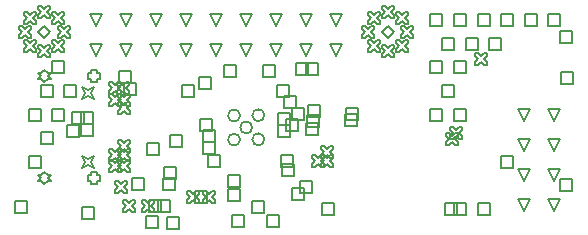
<source format=gbr>
%TF.GenerationSoftware,Altium Limited,Altium Designer,24.10.1 (45)*%
G04 Layer_Color=2752767*
%FSLAX43Y43*%
%MOMM*%
%TF.SameCoordinates,48EBD58B-F18E-4BA1-B5D1-450367C646F7*%
%TF.FilePolarity,Positive*%
%TF.FileFunction,Drawing*%
%TF.Part,Single*%
G01*
G75*
%TA.AperFunction,NonConductor*%
%ADD52C,0.127*%
%ADD53C,0.169*%
D52*
X6095Y11382D02*
X6348Y11890D01*
X6095Y12398D01*
X6602Y12144D01*
X7110Y12398D01*
X6857Y11890D01*
X7110Y11382D01*
X6602Y11636D01*
X6095Y11382D01*
Y5602D02*
X6348Y6110D01*
X6095Y6618D01*
X6602Y6364D01*
X7110Y6618D01*
X6857Y6110D01*
X7110Y5602D01*
X6602Y5856D01*
X6095Y5602D01*
X6848Y13066D02*
Y12812D01*
X7357D01*
Y13066D01*
X7610D01*
Y13574D01*
X7357D01*
Y13828D01*
X6848D01*
Y13574D01*
X6595D01*
Y13066D01*
X6848D01*
X2922Y12812D02*
X3177Y13066D01*
X3431D01*
X3177Y13320D01*
X3431Y13574D01*
X3177D01*
X2922Y13828D01*
X2668Y13574D01*
X2414D01*
X2668Y13320D01*
X2414Y13066D01*
X2668D01*
X2922Y12812D01*
X6848Y4426D02*
Y4172D01*
X7357D01*
Y4426D01*
X7610D01*
Y4934D01*
X7357D01*
Y5188D01*
X6848D01*
Y4934D01*
X6595D01*
Y4426D01*
X6848D01*
X2922Y4172D02*
X3177Y4426D01*
X3431D01*
X3177Y4680D01*
X3431Y4934D01*
X3177D01*
X2922Y5188D01*
X2668Y4934D01*
X2414D01*
X2668Y4680D01*
X2414Y4426D01*
X2668D01*
X2922Y4172D01*
X22540Y17632D02*
X22032Y18648D01*
X23048D01*
X22540Y17632D01*
X25080D02*
X24572Y18648D01*
X25588D01*
X25080Y17632D01*
X20000D02*
X19492Y18648D01*
X20508D01*
X20000Y17632D01*
X27620D02*
X27112Y18648D01*
X28128D01*
X27620Y17632D01*
X12380D02*
X11872Y18648D01*
X12888D01*
X12380Y17632D01*
X14920D02*
X14412Y18648D01*
X15428D01*
X14920Y17632D01*
X9840D02*
X9332Y18648D01*
X10348D01*
X9840Y17632D01*
X17460D02*
X16952Y18648D01*
X17968D01*
X17460Y17632D01*
X12380Y15092D02*
X11872Y16108D01*
X12888D01*
X12380Y15092D01*
X27620D02*
X27112Y16108D01*
X28128D01*
X27620Y15092D01*
X25080D02*
X24572Y16108D01*
X25588D01*
X25080Y15092D01*
X17460D02*
X16952Y16108D01*
X17968D01*
X17460Y15092D01*
X14920D02*
X14412Y16108D01*
X15428D01*
X14920Y15092D01*
X22540D02*
X22032Y16108D01*
X23048D01*
X22540Y15092D01*
X20000D02*
X19492Y16108D01*
X20508D01*
X20000Y15092D01*
X9840D02*
X9332Y16108D01*
X10348D01*
X9840Y15092D01*
X7300D02*
X6792Y16108D01*
X7808D01*
X7300Y15092D01*
Y17632D02*
X6792Y18648D01*
X7808D01*
X7300Y17632D01*
X46025Y7036D02*
X45517Y8052D01*
X46533D01*
X46025Y7036D01*
Y9576D02*
X45517Y10592D01*
X46533D01*
X46025Y9576D01*
X43485D02*
X42977Y10592D01*
X43993D01*
X43485Y9576D01*
X46025Y1956D02*
X45517Y2972D01*
X46533D01*
X46025Y1956D01*
Y4496D02*
X45517Y5512D01*
X46533D01*
X46025Y4496D01*
X43485D02*
X42977Y5512D01*
X43993D01*
X43485Y4496D01*
Y1956D02*
X42977Y2972D01*
X43993D01*
X43485Y1956D01*
Y7036D02*
X42977Y8052D01*
X43993D01*
X43485Y7036D01*
X32659Y17759D02*
X32913D01*
X33167Y18013D01*
X33421Y17759D01*
X33675D01*
Y18013D01*
X33421Y18267D01*
X33675Y18521D01*
Y18775D01*
X33421D01*
X33167Y18521D01*
X32913Y18775D01*
X32659D01*
Y18521D01*
X32913Y18267D01*
X32659Y18013D01*
Y17759D01*
X33142Y16592D02*
X33396D01*
X33650Y16846D01*
X33904Y16592D01*
X34158D01*
Y16846D01*
X33904Y17100D01*
X34158Y17354D01*
Y17608D01*
X33904D01*
X33650Y17354D01*
X33396Y17608D01*
X33142D01*
Y17354D01*
X33396Y17100D01*
X33142Y16846D01*
Y16592D01*
X31492Y18242D02*
X31746D01*
X32000Y18496D01*
X32254Y18242D01*
X32508D01*
Y18496D01*
X32254Y18750D01*
X32508Y19004D01*
Y19258D01*
X32254D01*
X32000Y19004D01*
X31746Y19258D01*
X31492D01*
Y19004D01*
X31746Y18750D01*
X31492Y18496D01*
Y18242D01*
X30325Y17759D02*
X30579D01*
X30833Y18013D01*
X31087Y17759D01*
X31341D01*
Y18013D01*
X31087Y18267D01*
X31341Y18521D01*
Y18775D01*
X31087D01*
X30833Y18521D01*
X30579Y18775D01*
X30325D01*
Y18521D01*
X30579Y18267D01*
X30325Y18013D01*
Y17759D01*
X32659Y15425D02*
X32913D01*
X33167Y15679D01*
X33421Y15425D01*
X33675D01*
Y15679D01*
X33421Y15933D01*
X33675Y16187D01*
Y16441D01*
X33421D01*
X33167Y16187D01*
X32913Y16441D01*
X32659D01*
Y16187D01*
X32913Y15933D01*
X32659Y15679D01*
Y15425D01*
X31492Y14942D02*
X31746D01*
X32000Y15196D01*
X32254Y14942D01*
X32508D01*
Y15196D01*
X32254Y15450D01*
X32508Y15704D01*
Y15958D01*
X32254D01*
X32000Y15704D01*
X31746Y15958D01*
X31492D01*
Y15704D01*
X31746Y15450D01*
X31492Y15196D01*
Y14942D01*
Y17100D02*
X32000Y17608D01*
X32508Y17100D01*
X32000Y16592D01*
X31492Y17100D01*
X29842Y16592D02*
X30096D01*
X30350Y16846D01*
X30604Y16592D01*
X30858D01*
Y16846D01*
X30604Y17100D01*
X30858Y17354D01*
Y17608D01*
X30604D01*
X30350Y17354D01*
X30096Y17608D01*
X29842D01*
Y17354D01*
X30096Y17100D01*
X29842Y16846D01*
Y16592D01*
X30325Y15425D02*
X30579D01*
X30833Y15679D01*
X31087Y15425D01*
X31341D01*
Y15679D01*
X31087Y15933D01*
X31341Y16187D01*
Y16441D01*
X31087D01*
X30833Y16187D01*
X30579Y16441D01*
X30325D01*
Y16187D01*
X30579Y15933D01*
X30325Y15679D01*
Y15425D01*
X3559Y17759D02*
X3813D01*
X4067Y18013D01*
X4321Y17759D01*
X4575D01*
Y18013D01*
X4321Y18267D01*
X4575Y18521D01*
Y18775D01*
X4321D01*
X4067Y18521D01*
X3813Y18775D01*
X3559D01*
Y18521D01*
X3813Y18267D01*
X3559Y18013D01*
Y17759D01*
X4042Y16592D02*
X4296D01*
X4550Y16846D01*
X4804Y16592D01*
X5058D01*
Y16846D01*
X4804Y17100D01*
X5058Y17354D01*
Y17608D01*
X4804D01*
X4550Y17354D01*
X4296Y17608D01*
X4042D01*
Y17354D01*
X4296Y17100D01*
X4042Y16846D01*
Y16592D01*
X2392Y18242D02*
X2646D01*
X2900Y18496D01*
X3154Y18242D01*
X3408D01*
Y18496D01*
X3154Y18750D01*
X3408Y19004D01*
Y19258D01*
X3154D01*
X2900Y19004D01*
X2646Y19258D01*
X2392D01*
Y19004D01*
X2646Y18750D01*
X2392Y18496D01*
Y18242D01*
X1225Y17759D02*
X1479D01*
X1733Y18013D01*
X1987Y17759D01*
X2241D01*
Y18013D01*
X1987Y18267D01*
X2241Y18521D01*
Y18775D01*
X1987D01*
X1733Y18521D01*
X1479Y18775D01*
X1225D01*
Y18521D01*
X1479Y18267D01*
X1225Y18013D01*
Y17759D01*
X3559Y15425D02*
X3813D01*
X4067Y15679D01*
X4321Y15425D01*
X4575D01*
Y15679D01*
X4321Y15933D01*
X4575Y16187D01*
Y16441D01*
X4321D01*
X4067Y16187D01*
X3813Y16441D01*
X3559D01*
Y16187D01*
X3813Y15933D01*
X3559Y15679D01*
Y15425D01*
X2392Y14942D02*
X2646D01*
X2900Y15196D01*
X3154Y14942D01*
X3408D01*
Y15196D01*
X3154Y15450D01*
X3408Y15704D01*
Y15958D01*
X3154D01*
X2900Y15704D01*
X2646Y15958D01*
X2392D01*
Y15704D01*
X2646Y15450D01*
X2392Y15196D01*
Y14942D01*
Y17100D02*
X2900Y17608D01*
X3408Y17100D01*
X2900Y16592D01*
X2392Y17100D01*
X742Y16592D02*
X996D01*
X1250Y16846D01*
X1504Y16592D01*
X1758D01*
Y16846D01*
X1504Y17100D01*
X1758Y17354D01*
Y17608D01*
X1504D01*
X1250Y17354D01*
X996Y17608D01*
X742D01*
Y17354D01*
X996Y17100D01*
X742Y16846D01*
Y16592D01*
X1225Y15425D02*
X1479D01*
X1733Y15679D01*
X1987Y15425D01*
X2241D01*
Y15679D01*
X1987Y15933D01*
X2241Y16187D01*
Y16441D01*
X1987D01*
X1733Y16187D01*
X1479Y16441D01*
X1225D01*
Y16187D01*
X1479Y15933D01*
X1225Y15679D01*
Y15425D01*
X22586Y11586D02*
Y12602D01*
X23602D01*
Y11586D01*
X22586D01*
X14586D02*
Y12602D01*
X15602D01*
Y11586D01*
X14586D01*
X3586Y13586D02*
Y14602D01*
X4602D01*
Y13586D01*
X3586D01*
X4586Y11586D02*
Y12602D01*
X5602D01*
Y11586D01*
X4586D01*
X3586Y9586D02*
Y10602D01*
X4602D01*
Y9586D01*
X3586D01*
X2586Y11586D02*
Y12602D01*
X3602D01*
Y11586D01*
X2586D01*
X1586Y9586D02*
Y10602D01*
X2602D01*
Y9586D01*
X1586D01*
X2586Y7586D02*
Y8602D01*
X3602D01*
Y7586D01*
X2586D01*
X1586Y5586D02*
Y6602D01*
X2602D01*
Y5586D01*
X1586D01*
X45586Y17586D02*
Y18602D01*
X46602D01*
Y17586D01*
X45586D01*
X46586Y3586D02*
Y4602D01*
X47602D01*
Y3586D01*
X46586D01*
X43586Y17586D02*
Y18602D01*
X44602D01*
Y17586D01*
X43586D01*
X41586D02*
Y18602D01*
X42602D01*
Y17586D01*
X41586D01*
Y5586D02*
Y6602D01*
X42602D01*
Y5586D01*
X41586D01*
X39586Y17586D02*
Y18602D01*
X40602D01*
Y17586D01*
X39586D01*
X40586Y15586D02*
Y16602D01*
X41602D01*
Y15586D01*
X40586D01*
X39586Y1586D02*
Y2602D01*
X40602D01*
Y1586D01*
X39586D01*
X37586Y17586D02*
Y18602D01*
X38602D01*
Y17586D01*
X37586D01*
X38586Y15586D02*
Y16602D01*
X39602D01*
Y15586D01*
X38586D01*
X37586Y13586D02*
Y14602D01*
X38602D01*
Y13586D01*
X37586D01*
Y9586D02*
Y10602D01*
X38602D01*
Y9586D01*
X37586D01*
Y1586D02*
Y2602D01*
X38602D01*
Y1586D01*
X37586D01*
X35586Y17586D02*
Y18602D01*
X36602D01*
Y17586D01*
X35586D01*
X36586Y15586D02*
Y16602D01*
X37602D01*
Y15586D01*
X36586D01*
X35586Y13586D02*
Y14602D01*
X36602D01*
Y13586D01*
X35586D01*
X36586Y11586D02*
Y12602D01*
X37602D01*
Y11586D01*
X36586D01*
X35586Y9586D02*
Y10602D01*
X36602D01*
Y9586D01*
X35586D01*
X28380Y9083D02*
Y10099D01*
X29396D01*
Y9083D01*
X28380D01*
X28433Y9670D02*
Y10686D01*
X29449D01*
Y9670D01*
X28433D01*
X25244Y9921D02*
Y10937D01*
X26260D01*
Y9921D01*
X25244D01*
X23895Y9663D02*
Y10679D01*
X24911D01*
Y9663D01*
X23895D01*
X13279Y433D02*
Y1449D01*
X14295D01*
Y433D01*
X13279D01*
X15977Y12294D02*
Y13310D01*
X16993D01*
Y12294D01*
X15977D01*
X37287Y8052D02*
X37541D01*
X37795Y8306D01*
X38049Y8052D01*
X38303D01*
Y8306D01*
X38049Y8560D01*
X38303Y8814D01*
Y9068D01*
X38049D01*
X37795Y8814D01*
X37541Y9068D01*
X37287D01*
Y8814D01*
X37541Y8560D01*
X37287Y8306D01*
Y8052D01*
X36957Y7518D02*
X37211D01*
X37465Y7772D01*
X37719Y7518D01*
X37973D01*
Y7772D01*
X37719Y8026D01*
X37973Y8280D01*
Y8534D01*
X37719D01*
X37465Y8280D01*
X37211Y8534D01*
X36957D01*
Y8280D01*
X37211Y8026D01*
X36957Y7772D01*
Y7518D01*
X39370Y14249D02*
X39624D01*
X39878Y14503D01*
X40132Y14249D01*
X40386D01*
Y14503D01*
X40132Y14757D01*
X40386Y15011D01*
Y15265D01*
X40132D01*
X39878Y15011D01*
X39624Y15265D01*
X39370D01*
Y15011D01*
X39624Y14757D01*
X39370Y14503D01*
Y14249D01*
X46558Y16180D02*
Y17196D01*
X47574D01*
Y16180D01*
X46558D01*
X46685Y12649D02*
Y13665D01*
X47701D01*
Y12649D01*
X46685D01*
X21768Y559D02*
Y1575D01*
X22784D01*
Y559D01*
X21768D01*
X18821D02*
Y1575D01*
X19837D01*
Y559D01*
X18821D01*
X11504Y500D02*
Y1516D01*
X12520D01*
Y500D01*
X11504D01*
X14986Y2591D02*
X15240D01*
X15494Y2845D01*
X15748Y2591D01*
X16002D01*
Y2845D01*
X15748Y3099D01*
X16002Y3353D01*
Y3607D01*
X15748D01*
X15494Y3353D01*
X15240Y3607D01*
X14986D01*
Y3353D01*
X15240Y3099D01*
X14986Y2845D01*
Y2591D01*
X16359D02*
X16613D01*
X16867Y2845D01*
X17121Y2591D01*
X17375D01*
Y2845D01*
X17121Y3099D01*
X17375Y3353D01*
Y3607D01*
X17121D01*
X16867Y3353D01*
X16613Y3607D01*
X16359D01*
Y3353D01*
X16613Y3099D01*
X16359Y2845D01*
Y2591D01*
X15697D02*
Y3607D01*
X16713D01*
Y2591D01*
X15697D01*
X18440Y2769D02*
Y3785D01*
X19456D01*
Y2769D01*
X18440D01*
X24554Y3416D02*
Y4432D01*
X25570D01*
Y3416D01*
X24554D01*
X23343Y8738D02*
Y9754D01*
X24359D01*
Y8738D01*
X23343D01*
X23165Y10668D02*
Y11684D01*
X24181D01*
Y10668D01*
X23165D01*
X25136Y9030D02*
Y10046D01*
X26152D01*
Y9030D01*
X25136D01*
X25044Y8382D02*
Y9398D01*
X26060D01*
Y8382D01*
X25044D01*
X16348Y6711D02*
Y7727D01*
X17364D01*
Y6711D01*
X16348D01*
X16367Y7746D02*
Y8762D01*
X17383D01*
Y7746D01*
X16367D01*
X16129Y8661D02*
Y9677D01*
X17145D01*
Y8661D01*
X16129D01*
X16739Y5639D02*
Y6655D01*
X17755D01*
Y5639D01*
X16739D01*
X22987Y5613D02*
Y6629D01*
X24003D01*
Y5613D01*
X22987D01*
X23012Y4877D02*
Y5893D01*
X24028D01*
Y4877D01*
X23012D01*
X13564Y7366D02*
Y8382D01*
X14580D01*
Y7366D01*
X13564D01*
X18120Y13233D02*
Y14249D01*
X19136D01*
Y13233D01*
X18120D01*
X25044Y13411D02*
Y14427D01*
X26060D01*
Y13411D01*
X25044D01*
X24257D02*
Y14427D01*
X25273D01*
Y13411D01*
X24257D01*
X26314Y6401D02*
X26568D01*
X26822Y6655D01*
X27076Y6401D01*
X27330D01*
Y6655D01*
X27076Y6909D01*
X27330Y7163D01*
Y7417D01*
X27076D01*
X26822Y7163D01*
X26568Y7417D01*
X26314D01*
Y7163D01*
X26568Y6909D01*
X26314Y6655D01*
Y6401D01*
Y5664D02*
X26568D01*
X26822Y5918D01*
X27076Y5664D01*
X27330D01*
Y5918D01*
X27076Y6172D01*
X27330Y6426D01*
Y6680D01*
X27076D01*
X26822Y6426D01*
X26568Y6680D01*
X26314D01*
Y6426D01*
X26568Y6172D01*
X26314Y5918D01*
Y5664D01*
X25578D02*
X25832D01*
X26086Y5918D01*
X26340Y5664D01*
X26594D01*
Y5918D01*
X26340Y6172D01*
X26594Y6426D01*
Y6680D01*
X26340D01*
X26086Y6426D01*
X25832Y6680D01*
X25578D01*
Y6426D01*
X25832Y6172D01*
X25578Y5918D01*
Y5664D01*
X20498Y1727D02*
Y2743D01*
X21514D01*
Y1727D01*
X20498D01*
X26416Y1549D02*
Y2565D01*
X27432D01*
Y1549D01*
X26416D01*
X23876Y2819D02*
Y3835D01*
X24892D01*
Y2819D01*
X23876D01*
X22733Y9246D02*
Y10262D01*
X23749D01*
Y9246D01*
X22733D01*
X22682Y8230D02*
Y9246D01*
X23698D01*
Y8230D01*
X22682D01*
X21463Y13284D02*
Y14300D01*
X22479D01*
Y13284D01*
X21463D01*
X5975Y9322D02*
Y10338D01*
X6991D01*
Y9322D01*
X5975D01*
X5992Y8238D02*
Y9254D01*
X7008D01*
Y8238D01*
X5992D01*
X12978Y3724D02*
Y4740D01*
X13994D01*
Y3724D01*
X12978D01*
X13005Y4597D02*
Y5613D01*
X14021D01*
Y4597D01*
X13005D01*
X18440Y3962D02*
Y4978D01*
X19456D01*
Y3962D01*
X18440D01*
X36805Y1575D02*
Y2591D01*
X37821D01*
Y1575D01*
X36805D01*
X405Y1726D02*
Y2742D01*
X1421D01*
Y1726D01*
X405D01*
X4854Y8232D02*
Y9248D01*
X5870D01*
Y8232D01*
X4854D01*
X5246Y9320D02*
Y10336D01*
X6262D01*
Y9320D01*
X5246D01*
X12522Y1829D02*
Y2845D01*
X13538D01*
Y1829D01*
X12522D01*
X11811Y1803D02*
Y2819D01*
X12827D01*
Y1803D01*
X11811D01*
X9238Y12776D02*
Y13792D01*
X10254D01*
Y12776D01*
X9238D01*
X9696Y11711D02*
Y12727D01*
X10712D01*
Y11711D01*
X9696D01*
X11625Y6639D02*
Y7655D01*
X12641D01*
Y6639D01*
X11625D01*
X10317Y3740D02*
Y4756D01*
X11333D01*
Y3740D01*
X10317D01*
X8928Y3476D02*
X9182D01*
X9436Y3730D01*
X9690Y3476D01*
X9944D01*
Y3730D01*
X9690Y3984D01*
X9944Y4238D01*
Y4492D01*
X9690D01*
X9436Y4238D01*
X9182Y4492D01*
X8928D01*
Y4238D01*
X9182Y3984D01*
X8928Y3730D01*
Y3476D01*
X11141Y1834D02*
X11395D01*
X11649Y2088D01*
X11903Y1834D01*
X12157D01*
Y2088D01*
X11903Y2342D01*
X12157Y2596D01*
Y2850D01*
X11903D01*
X11649Y2596D01*
X11395Y2850D01*
X11141D01*
Y2596D01*
X11395Y2342D01*
X11141Y2088D01*
Y1834D01*
X9607Y1861D02*
X9861D01*
X10115Y2115D01*
X10369Y1861D01*
X10623D01*
Y2115D01*
X10369Y2369D01*
X10623Y2623D01*
Y2877D01*
X10369D01*
X10115Y2623D01*
X9861Y2877D01*
X9607D01*
Y2623D01*
X9861Y2369D01*
X9607Y2115D01*
Y1861D01*
X6062Y1269D02*
Y2285D01*
X7078D01*
Y1269D01*
X6062D01*
X9144Y10847D02*
X9398D01*
X9652Y11101D01*
X9906Y10847D01*
X10160D01*
Y11101D01*
X9906Y11355D01*
X10160Y11609D01*
Y11863D01*
X9906D01*
X9652Y11609D01*
X9398Y11863D01*
X9144D01*
Y11609D01*
X9398Y11355D01*
X9144Y11101D01*
Y10847D01*
Y10136D02*
X9398D01*
X9652Y10390D01*
X9906Y10136D01*
X10160D01*
Y10390D01*
X9906Y10644D01*
X10160Y10898D01*
Y11152D01*
X9906D01*
X9652Y10898D01*
X9398Y11152D01*
X9144D01*
Y10898D01*
X9398Y10644D01*
X9144Y10390D01*
Y10136D01*
X8407Y10847D02*
X8661D01*
X8915Y11101D01*
X9169Y10847D01*
X9423D01*
Y11101D01*
X9169Y11355D01*
X9423Y11609D01*
Y11863D01*
X9169D01*
X8915Y11609D01*
X8661Y11863D01*
X8407D01*
Y11609D01*
X8661Y11355D01*
X8407Y11101D01*
Y10847D01*
Y11811D02*
X8661D01*
X8915Y12065D01*
X9169Y11811D01*
X9423D01*
Y12065D01*
X9169Y12319D01*
X9423Y12573D01*
Y12827D01*
X9169D01*
X8915Y12573D01*
X8661Y12827D01*
X8407D01*
Y12573D01*
X8661Y12319D01*
X8407Y12065D01*
Y11811D01*
Y6161D02*
X8661D01*
X8915Y6415D01*
X9169Y6161D01*
X9423D01*
Y6415D01*
X9169Y6669D01*
X9423Y6923D01*
Y7177D01*
X9169D01*
X8915Y6923D01*
X8661Y7177D01*
X8407D01*
Y6923D01*
X8661Y6669D01*
X8407Y6415D01*
Y6161D01*
X9144D02*
X9398D01*
X9652Y6415D01*
X9906Y6161D01*
X10160D01*
Y6415D01*
X9906Y6669D01*
X10160Y6923D01*
Y7177D01*
X9906D01*
X9652Y6923D01*
X9398Y7177D01*
X9144D01*
Y6923D01*
X9398Y6669D01*
X9144Y6415D01*
Y6161D01*
Y6898D02*
X9398D01*
X9652Y7152D01*
X9906Y6898D01*
X10160D01*
Y7152D01*
X9906Y7406D01*
X10160Y7660D01*
Y7914D01*
X9906D01*
X9652Y7660D01*
X9398Y7914D01*
X9144D01*
Y7660D01*
X9398Y7406D01*
X9144Y7152D01*
Y6898D01*
X8407Y5197D02*
X8661D01*
X8915Y5451D01*
X9169Y5197D01*
X9423D01*
Y5451D01*
X9169Y5705D01*
X9423Y5959D01*
Y6213D01*
X9169D01*
X8915Y5959D01*
X8661Y6213D01*
X8407D01*
Y5959D01*
X8661Y5705D01*
X8407Y5451D01*
Y5197D01*
X9144D02*
X9398D01*
X9652Y5451D01*
X9906Y5197D01*
X10160D01*
Y5451D01*
X9906Y5705D01*
X10160Y5959D01*
Y6213D01*
X9906D01*
X9652Y5959D01*
X9398Y6213D01*
X9144D01*
Y5959D01*
X9398Y5705D01*
X9144Y5451D01*
Y5197D01*
X9079Y11814D02*
X9333D01*
X9587Y12068D01*
X9841Y11814D01*
X10095D01*
Y12068D01*
X9841Y12322D01*
X10095Y12576D01*
Y12830D01*
X9841D01*
X9587Y12576D01*
X9333Y12830D01*
X9079D01*
Y12576D01*
X9333Y12322D01*
X9079Y12068D01*
Y11814D01*
D53*
X21534Y7992D02*
G03*
X21534Y7992I-508J0D01*
G01*
X19477Y7967D02*
G03*
X19477Y7967I-508J0D01*
G01*
X21539Y10033D02*
G03*
X21539Y10033I-508J0D01*
G01*
X19482Y10008D02*
G03*
X19482Y10008I-508J0D01*
G01*
X20508Y9000D02*
G03*
X20508Y9000I-508J0D01*
G01*
%TF.MD5,38f2831bc0cdbb0a24d6d30117a9331c*%
M02*

</source>
